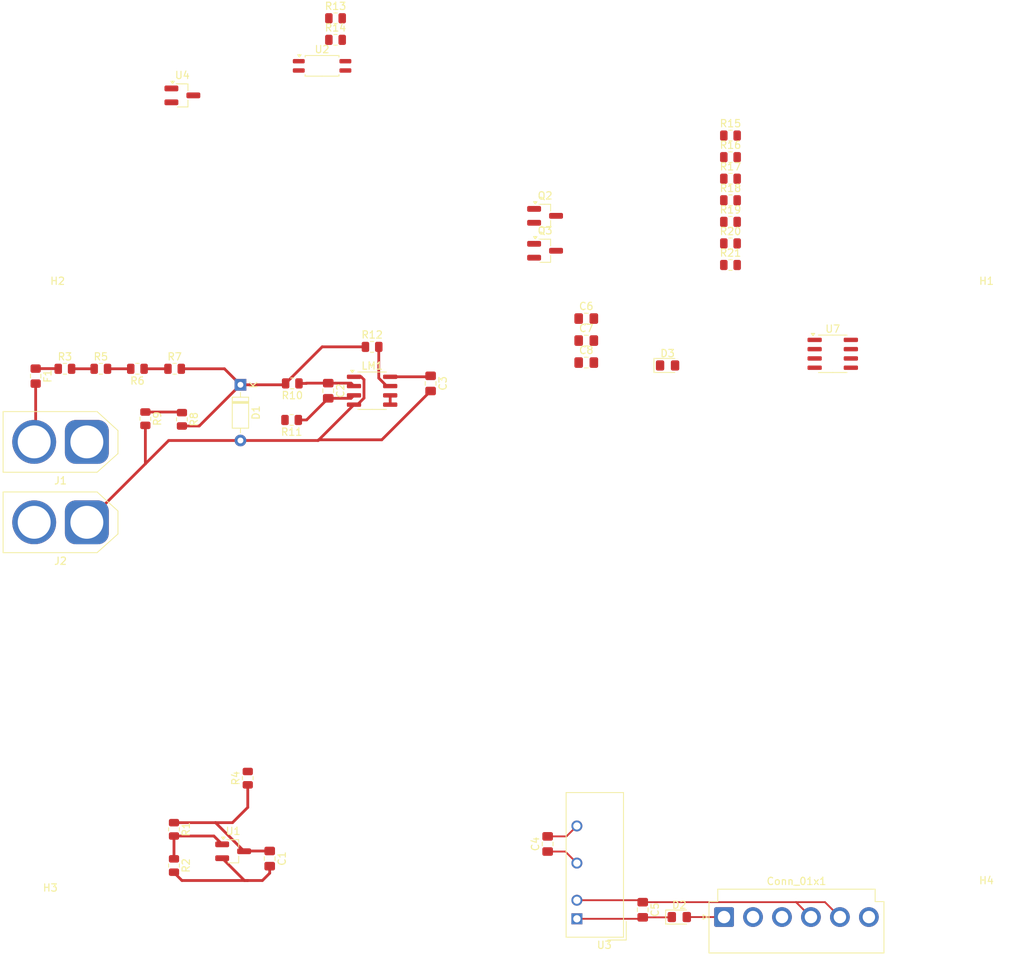
<source format=kicad_pcb>
(kicad_pcb (version 20240108) (generator "pcbnew") (generator_version "8.0")
  (layers (0 "F.Cu" signal) (31 "B.Cu" signal) (34 "B.Paste" user) (35 "F.Paste" user) (36 "B.SilkS" user "B.Silkscreen") (37 "F.SilkS" user "F.Silkscreen") (38 "B.Mask" user) (39 "F.Mask" user) (44 "Edge.Cuts" user))
  (net 0 "")
  (net 1 "GND")
  (net 2 "/Vref")
  (net 3 "Net-(LM1--)")
  (net 4 "Net-(LM1-+)")
  (net 5 "+12V")
  (net 6 "GLV-")
  (net 7 "VCC")
  (net 8 "Net-(U7-CV)")
  (net 9 "Net-(U7-THR)")
  (net 10 "GLV+")
  (net 12 "/RED+")
  (net 13 "/Vin")
  (net 14 "Net-(D3-K)")
  (net 15 "Net-(J1-Pin_2)")
  (net 16 "Net-(F1-Pad1)")
  (net 19 "Net-(LM1-Pad7)")
  (net 20 "Net-(LM1-BAL)")
  (net 21 "Net-(Q2-G)")
  (net 22 "Net-(Q3-B)")
  (net 23 "Net-(Q3-C)")
  (net 24 "Net-(U1-REF)")
  (net 25 "Net-(R3-Pad2)")
  (net 26 "Net-(R5-Pad2)")
  (net 27 "Net-(R6-Pad1)")
  (net 28 "Net-(R8-Pad1)")
  (net 29 "Net-(R13-Pad2)")
  (net 30 "Net-(U4-G)")
  (net 31 "Net-(U4-D)")
  (net 32 "Net-(U7-DIS)")
  (net 33 "Net-(U7-Q)")
  (footprint "MountingHole:MountingHole_3mm" (layer "F.Cu") (at 115 153)
    (property "Reference" "H3" (at 0 -4 0) (layer "F.SilkS"))
    (property "Value" "MountingHole")
    (pad "" np_thru_hole circle (at 0 0) (size 3 3) (drill 3) (layers "*.Cu" "*.Mask"))
  )
  (footprint "Resistor_SMD:R_0805_2012Metric" (layer "F.Cu") (at 148.0875 80 180)
    (property "Reference" "R10" (at 0 -1.65 360) (layer "F.SilkS"))
    (property "Value" "100")
    (fp_line (start -0.227064 0.735) (end 0.227064 0.735) (stroke (width 0.12)) (layer "F.SilkS"))
    (fp_line (start -0.227064 -0.735) (end 0.227064 -0.735) (stroke (width 0.12)) (layer "F.SilkS"))
    (pad "1" smd roundrect (at -0.9125 0 180) (size 1.025 1.4) (layers "F.Cu" "F.Paste" "F.Mask") (roundrect_rratio 0.243902) (net 4 "Net-(LM1-+)"))
    (pad "2" smd roundrect (at 0.9125 0 180) (size 1.025 1.4) (layers "F.Cu" "F.Paste" "F.Mask") (roundrect_rratio 0.243902) (net 13 "/Vin"))
  )
  (footprint "Capacitor_SMD:C_0805_2012Metric_Pad1.18x1.45mm_HandSolder" (layer "F.Cu") (at 183 143 90)
    (property "Reference" "C4" (at 0 -1.68 90) (layer "F.SilkS"))
    (property "Value" "1uF")
    (fp_line (start -0.261252 -0.735) (end 0.261252 -0.735) (stroke (width 0.12)) (layer "F.SilkS"))
    (fp_line (start -0.261252 0.735) (end 0.261252 0.735) (stroke (width 0.12)) (layer "F.SilkS"))
    (pad "1" smd roundrect (at -1.0375 0 90) (size 1.175 1.45) (layers "F.Cu" "F.Paste" "F.Mask") (roundrect_rratio 0.212766) (net 1 "GND"))
    (pad "2" smd roundrect (at 1.0375 0 90) (size 1.175 1.45) (layers "F.Cu" "F.Paste" "F.Mask") (roundrect_rratio 0.212766) (net 5 "+12V"))
  )
  (footprint "Resistor_SMD:R_0805_2012Metric" (layer "F.Cu") (at 208 52)
    (property "Reference" "R17" (at 0 -1.65 0) (layer "F.SilkS"))
    (property "Value" "220k")
    (fp_line (start -0.227064 -0.735) (end 0.227064 -0.735) (stroke (width 0.12)) (layer "F.SilkS"))
    (fp_line (start -0.227064 0.735) (end 0.227064 0.735) (stroke (width 0.12)) (layer "F.SilkS"))
    (pad "1" smd roundrect (at -0.9125 0) (size 1.025 1.4) (layers "F.Cu" "F.Paste" "F.Mask") (roundrect_rratio 0.243902) (net 9 "Net-(U7-THR)"))
    (pad "2" smd roundrect (at 0.9125 0) (size 1.025 1.4) (layers "F.Cu" "F.Paste" "F.Mask") (roundrect_rratio 0.243902) (net 32 "Net-(U7-DIS)"))
  )
  (footprint "Connector_JST:JST_VH_B6P-VH_1x06_P3.96mm_Vertical" (layer "F.Cu") (at 207.12 153)
    (property "Reference" "Conn_01x1" (at 9.9 -4.9 0) (layer "F.SilkS"))
    (property "Value" "Conn_01x06")
    (fp_line (start -2.86 -0.3) (end -2.26 0) (stroke (width 0.12)) (layer "F.SilkS"))
    (fp_line (start -2.86 0.3) (end -2.86 -0.3) (stroke (width 0.12)) (layer "F.SilkS"))
    (fp_line (start -2.26 0) (end -2.86 0.3) (stroke (width 0.12)) (layer "F.SilkS"))
    (fp_line (start -2.06 -2.11) (end -0.86 -2.11) (stroke (width 0.12)) (layer "F.SilkS"))
    (fp_line (start -2.06 4.91) (end -2.06 -2.11) (stroke (width 0.12)) (layer "F.SilkS"))
    (fp_line (start -0.86 -3.81) (end 20.66 -3.81) (stroke (width 0.12)) (layer "F.SilkS"))
    (fp_line (start -0.86 -2.11) (end -0.86 -3.81) (stroke (width 0.12)) (layer "F.SilkS"))
    (fp_line (start 20.66 -3.81) (end 20.66 -2.11) (stroke (width 0.12)) (layer "F.SilkS"))
    (fp_line (start 20.66 -2.11) (end 21.86 -2.11) (stroke (width 0.12)) (layer "F.SilkS"))
    (fp_line (start 21.86 -2.11) (end 21.86 4.91) (stroke (width 0.12)) (layer "F.SilkS"))
    (fp_line (start 21.86 4.91) (end -2.06 4.91) (stroke (width 0.12)) (layer "F.SilkS"))
    (pad "1" thru_hole roundrect (at 0 0) (size 2.7 2.7) (drill 1.7) (layers "*.Cu" "*.Mask") (roundrect_rratio 0.092593) (net 10 "GLV+"))
    (pad "2" thru_hole circle (at 3.96 0) (size 2.7 2.7) (drill 1.7) (layers "*.Cu" "*.Mask"))
    (pad "3" thru_hole circle (at 7.92 0) (size 2.7 2.7) (drill 1.7) (layers "*.Cu" "*.Mask") (net 12 "/RED+"))
    (pad "4" thru_hole circle (at 11.88 0) (size 2.7 2.7) (drill 1.7) (layers "*.Cu" "*.Mask") (net 6 "GLV-"))
    (pad "5" thru_hole circle (at 15.84 0) (size 2.7 2.7) (drill 1.7) (layers "*.Cu" "*.Mask") (net 6 "GLV-"))
    (pad "6" thru_hole circle (at 19.8 0) (size 2.7 2.7) (drill 1.7) (layers "*.Cu" "*.Mask") (net 6 "GLV-"))
  )
  (footprint "Resistor_SMD:R_0805_2012Metric" (layer "F.Cu") (at 208 57.9)
    (property "Reference" "R19" (at 0 -1.65 0) (layer "F.SilkS"))
    (property "Value" "1k")
    (fp_line (start -0.227064 -0.735) (end 0.227064 -0.735) (stroke (width 0.12)) (layer "F.SilkS"))
    (fp_line (start -0.227064 0.735) (end 0.227064 0.735) (stroke (width 0.12)) (layer "F.SilkS"))
    (pad "1" smd roundrect (at -0.9125 0) (size 1.025 1.4) (layers "F.Cu" "F.Paste" "F.Mask") (roundrect_rratio 0.243902) (net 14 "Net-(D3-K)"))
    (pad "2" smd roundrect (at 0.9125 0) (size 1.025 1.4) (layers "F.Cu" "F.Paste" "F.Mask") (roundrect_rratio 0.243902) (net 23 "Net-(Q3-C)"))
  )
  (footprint "Converter_DCDC:Converter_DCDC_TRACO_TBA2-xxxx_Single_THT" (layer "F.Cu") (at 187 153.2375 180)
    (property "Reference" "U3" (at -3.75 -3.6 360) (layer "F.SilkS"))
    (property "Value" "B1212")
    (fp_line (start 1.47 -2.52) (end 1.47 17.27) (stroke (width 0.12)) (layer "F.SilkS"))
    (fp_line (start -6.37 17.27) (end 1.47 17.27) (stroke (width 0.12)) (layer "F.SilkS"))
    (fp_line (start -6.37 -2.52) (end 1.47 -2.52) (stroke (width 0.12)) (layer "F.SilkS"))
    (fp_line (start -6.37 -2.52) (end -6.37 17.27) (stroke (width 0.12)) (layer "F.SilkS"))
    (fp_line (start -6.75 -0.366667) (end -6.75 -2.9) (stroke (width 0.12)) (layer "F.SilkS"))
    (fp_line (start -6.75 -2.9) (end -4.216667 -2.9) (stroke (width 0.12)) (layer "F.SilkS"))
    (pad "1" thru_hole rect (at 0 0 180) (size 1.5 1.5) (drill 1) (layers "*.Cu" "*.Mask") (net 7 "VCC"))
    (pad "2" thru_hole circle (at 0 2.54 180) (size 1.5 1.5) (drill 1) (layers "*.Cu" "*.Mask") (net 6 "GLV-"))
    (pad "4" thru_hole circle (at 0 7.62 180) (size 1.5 1.5) (drill 1) (layers "*.Cu" "*.Mask") (net 1 "GND"))
    (pad "6" thru_hole circle (at 0 12.7 180) (size 1.5 1.5) (drill 1) (layers "*.Cu" "*.Mask") (net 5 "+12V"))
  )
  (footprint "MountingHole:MountingHole_3mm" (layer "F.Cu") (at 116 70)
    (property "Reference" "H2" (at 0 -4 0) (layer "F.SilkS"))
    (property "Value" "MountingHole")
    (pad "" np_thru_hole circle (at 0 0) (size 3 3) (drill 3) (layers "*.Cu" "*.Mask"))
  )
  (footprint "Package_TO_SOT_SMD:SOT-23_Handsoldering" (layer "F.Cu") (at 133.06 40.6)
    (property "Reference" "U4" (at 0 -2.75 0) (layer "F.SilkS"))
    (property "Value" "2N7002")
    (fp_line (start -0.04 -1.58) (end -0.84 -1.58) (stroke (width 0.12)) (layer "F.SilkS"))
    (fp_line (start -0.04 -1.58) (end 0.76 -1.58) (stroke (width 0.12)) (layer "F.SilkS"))
    (fp_line (start 0.76 -1.58) (end 0.76 -0.65) (stroke (width 0.12)) (layer "F.SilkS"))
    (fp_line (start 0.76 1.58) (end -0.7 1.58) (stroke (width 0.12)) (layer "F.SilkS"))
    (fp_line (start 0.76 1.58) (end 0.76 0.65) (stroke (width 0.12)) (layer "F.SilkS"))
    (fp_poly (pts (xy -1.34 -1.61) (xy -1.58 -1.94) (xy -1.1 -1.94) (xy -1.34 -1.61)) (stroke (width 0.12)) (fill solid) (layer "F.SilkS"))
    (pad "1" smd roundrect (at -1.5 -0.95) (size 1.9 0.8) (layers "F.Cu" "F.Paste" "F.Mask") (net 30 "Net-(U4-G)"))
    (pad "2" smd roundrect (at -1.5 0.95) (size 1.9 0.8) (layers "F.Cu" "F.Paste" "F.Mask") (net 6 "GLV-"))
    (pad "3" smd roundrect (at 1.5 0) (size 1.9 0.8) (layers "F.Cu" "F.Paste" "F.Mask") (net 31 "Net-(U4-D)"))
  )
  (footprint "MountingHole:MountingHole_3mm" (layer "F.Cu") (at 243 70)
    (property "Reference" "H1" (at 0 -4 0) (layer "F.SilkS"))
    (property "Value" "MountingHole")
    (pad "" np_thru_hole circle (at 0 0) (size 3 3) (drill 3) (layers "*.Cu" "*.Mask"))
  )
  (footprint "Resistor_SMD:R_0805_2012Metric" (layer "F.Cu") (at 208 54.95)
    (property "Reference" "R18" (at 0 -1.65 0) (layer "F.SilkS"))
    (property "Value" "10k")
    (fp_line (start -0.227064 -0.735) (end 0.227064 -0.735) (stroke (width 0.12)) (layer "F.SilkS"))
    (fp_line (start -0.227064 0.735) (end 0.227064 0.735) (stroke (width 0.12)) (layer "F.SilkS"))
    (pad "1" smd roundrect (at -0.9125 0) (size 1.025 1.4) (layers "F.Cu" "F.Paste" "F.Mask") (roundrect_rratio 0.243902) (net 22 "Net-(Q3-B)"))
    (pad "2" smd roundrect (at 0.9125 0) (size 1.025 1.4) (layers "F.Cu" "F.Paste" "F.Mask") (roundrect_rratio 0.243902) (net 33 "Net-(U7-Q)"))
  )
  (footprint "Connector_AMASS:AMASS_XT60-M_1x02_P7.20mm_Vertical" (layer "F.Cu") (at 120 99 180)
    (property "Reference" "J2" (at 3.6 -5.3 360) (layer "F.SilkS"))
    (property "Value" "Conn_01x02_Pin")
    (fp_line (start 11.45 4.15) (end 11.45 -4.15) (stroke (width 0.12)) (layer "F.SilkS"))
    (fp_line (start 11.45 -4.15) (end -1.4 -4.15) (stroke (width 0.12)) (layer "F.SilkS"))
    (fp_line (start -1.4 4.15) (end 11.45 4.15) (stroke (width 0.12)) (layer "F.SilkS"))
    (fp_line (start -1.4 -4.15) (end -4.25 -1.6) (stroke (width 0.12)) (layer "F.SilkS"))
    (fp_line (start -4.25 1.55) (end -1.4 4.15) (stroke (width 0.12)) (layer "F.SilkS"))
    (fp_line (start -4.25 -1.6) (end -4.25 1.55) (stroke (width 0.12)) (layer "F.SilkS"))
    (pad "1" thru_hole roundrect (at 0 0 180) (size 6 6) (drill 4.5) (layers "*.Cu" "*.Mask") (net 1 "GND"))
    (pad "2" thru_hole circle (at 7.2 0 180) (size 6 6) (drill 4.5) (layers "*.Cu" "*.Mask"))
  )
  (footprint "Capacitor_SMD:C_0805_2012Metric_Pad1.18x1.45mm_HandSolder" (layer "F.Cu") (at 145 145 -90)
    (property "Reference" "C1" (at 0 -1.68 90) (layer "F.SilkS"))
    (property "Value" "0.1uF")
    (fp_line (start -0.261252 0.735) (end 0.261252 0.735) (stroke (width 0.12)) (layer "F.SilkS"))
    (fp_line (start -0.261252 -0.735) (end 0.261252 -0.735) (stroke (width 0.12)) (layer "F.SilkS"))
    (pad "1" smd roundrect (at -1.0375 0 270) (size 1.175 1.45) (layers "F.Cu" "F.Paste" "F.Mask") (roundrect_rratio 0.212766) (net 2 "/Vref"))
    (pad "2" smd roundrect (at 1.0375 0 270) (size 1.175 1.45) (layers "F.Cu" "F.Paste" "F.Mask") (roundrect_rratio 0.212766) (net 1 "GND"))
  )
  (footprint "Resistor_SMD:R_0805_2012Metric" (layer "F.Cu") (at 159 75)
    (property "Reference" "R12" (at 0 -1.65 0) (layer "F.SilkS"))
    (property "Value" "1M")
    (fp_line (start -0.227064 -0.735) (end 0.227064 -0.735) (stroke (width 0.12)) (layer "F.SilkS"))
    (fp_line (start -0.227064 0.735) (end 0.227064 0.735) (stroke (width 0.12)) (layer "F.SilkS"))
    (pad "1" smd roundrect (at -0.9125 0) (size 1.025 1.4) (layers "F.Cu" "F.Paste" "F.Mask") (roundrect_rratio 0.243902) (net 13 "/Vin"))
    (pad "2" smd roundrect (at 0.9125 0) (size 1.025 1.4) (layers "F.Cu" "F.Paste" "F.Mask") (roundrect_rratio 0.243902) (net 19 "Net-(LM1-Pad7)"))
  )
  (footprint "Resistor_SMD:R_0805_2012Metric" (layer "F.Cu") (at 117 78)
    (property "Reference" "R3" (at 0 -1.65 0) (layer "F.SilkS"))
    (property "Value" "249k" (hide yes))
    (fp_line (start -0.227064 -0.735) (end 0.227064 -0.735) (stroke (width 0.12)) (layer "F.SilkS"))
    (fp_line (start -0.227064 0.735) (end 0.227064 0.735) (stroke (width 0.12)) (layer "F.SilkS"))
    (pad "1" smd roundrect (at -0.9125 0) (size 1.025 1.4) (layers "F.Cu" "F.Paste" "F.Mask") (roundrect_rratio 0.243902) (net 16 "Net-(F1-Pad1)"))
    (pad "2" smd roundrect (at 0.9125 0) (size 1.025 1.4) (layers "F.Cu" "F.Paste" "F.Mask") (roundrect_rratio 0.243902) (net 25 "Net-(R3-Pad2)"))
  )
  (footprint "Capacitor_SMD:C_0805_2012Metric_Pad1.18x1.45mm_HandSolder" (layer "F.Cu") (at 196 152 -90)
    (property "Reference" "C5" (at 0 -1.68 90) (layer "F.SilkS"))
    (property "Value" "2.2uF")
    (fp_line (start -0.261252 0.735) (end 0.261252 0.735) (stroke (width 0.12)) (layer "F.SilkS"))
    (fp_line (start -0.261252 -0.735) (end 0.261252 -0.735) (stroke (width 0.12)) (layer "F.SilkS"))
    (pad "1" smd roundrect (at -1.0375 0 270) (size 1.175 1.45) (layers "F.Cu" "F.Paste" "F.Mask") (roundrect_rratio 0.212766) (net 6 "GLV-"))
    (pad "2" smd roundrect (at 1.0375 0 270) (size 1.175 1.45) (layers "F.Cu" "F.Paste" "F.Mask") (roundrect_rratio 0.212766) (net 7 "VCC"))
  )
  (footprint "Resistor_SMD:R_0805_2012Metric" (layer "F.Cu") (at 154 33)
    (property "Reference" "R14" (at 0 -1.65 0) (layer "F.SilkS"))
    (property "Value" "10k")
    (fp_line (start -0.227064 -0.735) (end 0.227064 -0.735) (stroke (width 0.12)) (layer "F.SilkS"))
    (fp_line (start -0.227064 0.735) (end 0.227064 0.735) (stroke (width 0.12)) (layer "F.SilkS"))
    (pad "1" smd roundrect (at -0.9125 0) (size 1.025 1.4) (layers "F.Cu" "F.Paste" "F.Mask") (roundrect_rratio 0.243902) (net 30 "Net-(U4-G)"))
    (pad "2" smd roundrect (at 0.9125 0) (size 1.025 1.4) (layers "F.Cu" "F.Paste" "F.Mask") (roundrect_rratio 0.243902) (net 6 "GLV-"))
  )
  (footprint "Resistor_SMD:R_0805_2012Metric" (layer "F.Cu") (at 148 85 180)
    (property "Reference" "R11" (at 0 -1.65 360) (layer "F.SilkS"))
    (property "Value" "100")
    (fp_line (start -0.227064 0.735) (end 0.227064 0.735) (stroke (width 0.12)) (layer "F.SilkS"))
    (fp_line (start -0.227064 -0.735) (end 0.227064 -0.735) (stroke (width 0.12)) (layer "F.SilkS"))
    (pad "1" smd roundrect (at -0.9125 0 180) (size 1.025 1.4) (layers "F.Cu" "F.Paste" "F.Mask") (roundrect_rratio 0.243902) (net 3 "Net-(LM1--)"))
    (pad "2" smd roundrect (at 0.9125 0 180) (size 1.025 1.4) (layers "F.Cu" "F.Paste" "F.Mask") (roundrect_rratio 0.243902) (net 2 "/Vref"))
  )
  (footprint "Resistor_SMD:R_0805_2012Metric" (layer "F.Cu") (at 131.9125 145.95 -90)
    (property "Reference" "R2" (at 0 -1.65 90) (layer "F.SilkS"))
    (property "Value" "10k")
    (fp_line (start -0.227064 0.735) (end 0.227064 0.735) (stroke (width 0.12)) (layer "F.SilkS"))
    (fp_line (start -0.227064 -0.735) (end 0.227064 -0.735) (stroke (width 0.12)) (layer "F.SilkS"))
    (pad "1" smd roundrect (at -0.9125 0 270) (size 1.025 1.4) (layers "F.Cu" "F.Paste" "F.Mask") (roundrect_rratio 0.243902) (net 24 "Net-(U1-REF)"))
    (pad "2" smd roundrect (at 0.9125 0 270) (size 1.025 1.4) (layers "F.Cu" "F.Paste" "F.Mask") (roundrect_rratio 0.243902) (net 1 "GND"))
  )
  (footprint "Resistor_SMD:R_0805_2012Metric" (layer "F.Cu") (at 208 60.85)
    (property "Reference" "R20" (at 0 -1.65 0) (layer "F.SilkS"))
    (property "Value" "1k")
    (fp_line (start -0.227064 -0.735) (end 0.227064 -0.735) (stroke (width 0.12)) (layer "F.SilkS"))
    (fp_line (start -0.227064 0.735) (end 0.227064 0.735) (stroke (width 0.12)) (layer "F.SilkS"))
    (pad "1" smd roundrect (at -0.9125 0) (size 1.025 1.4) (layers "F.Cu" "F.Paste" "F.Mask") (roundrect_rratio 0.243902) (net 7 "VCC"))
    (pad "2" smd roundrect (at 0.9125 0) (size 1.025 1.4) (layers "F.Cu" "F.Paste" "F.Mask") (roundrect_rratio 0.243902) (net 21 "Net-(Q2-G)"))
  )
  (footprint "Resistor_SMD:R_0805_2012Metric" (layer "F.Cu") (at 208 49.05)
    (property "Reference" "R16" (at 0 -1.65 0) (layer "F.SilkS"))
    (property "Value" "22k")
    (fp_line (start -0.227064 -0.735) (end 0.227064 -0.735) (stroke (width 0.12)) (layer "F.SilkS"))
    (fp_line (start -0.227064 0.735) (end 0.227064 0.735) (stroke (width 0.12)) (layer "F.SilkS"))
    (pad "1" smd roundrect (at -0.9125 0) (size 1.025 1.4) (layers "F.Cu" "F.Paste" "F.Mask") (roundrect_rratio 0.243902) (net 32 "Net-(U7-DIS)"))
    (pad "2" smd roundrect (at 0.9125 0) (size 1.025 1.4) (layers "F.Cu" "F.Paste" "F.Mask") (roundrect_rratio 0.243902) (net 7 "VCC"))
  )
  (footprint "Resistor_SMD:R_0805_2012Metric" (layer "F.Cu") (at 142 134 90)
    (property "Reference" "R4" (at 0 -1.65 90) (layer "F.SilkS"))
    (property "Value" "2k2")
    (fp_line (start -0.227064 -0.735) (end 0.227064 -0.735) (stroke (width 0.12)) (layer "F.SilkS"))
    (fp_line (start -0.227064 0.735) (end 0.227064 0.735) (stroke (width 0.12)) (layer "F.SilkS"))
    (pad "1" smd roundrect (at -0.9125 0 90) (size 1.025 1.4) (layers "F.Cu" "F.Paste" "F.Mask") (roundrect_rratio 0.243902) (net 2 "/Vref"))
    (pad "2" smd roundrect (at 0.9125 0 90) (size 1.025 1.4) (layers "F.Cu" "F.Paste" "F.Mask") (roundrect_rratio 0.243902) (net 5 "+12V"))
  )
  (footprint "Package_TO_SOT_SMD:SOT-23_Handsoldering" (layer "F.Cu") (at 182.65 61.85)
    (property "Reference" "Q3" (at 0 -2.75 0) (layer "F.SilkS"))
    (property "Value" "MMBT3904")
    (fp_line (start -0.04 -1.58) (end -0.84 -1.58) (stroke (width 0.12)) (layer "F.SilkS"))
    (fp_line (start -0.04 -1.58) (end 0.76 -1.58) (stroke (width 0.12)) (layer "F.SilkS"))
    (fp_line (start 0.76 -1.58) (end 0.76 -0.65) (stroke (width 0.12)) (layer "F.SilkS"))
    (fp_line (start 0.76 1.58) (end -0.7 1.58) (stroke (width 0.12)) (layer "F.SilkS"))
    (fp_line (start 0.76 1.58) (end 0.76 0.65) (stroke (width 0.12)) (layer "F.SilkS"))
    (fp_poly (pts (xy -1.34 -1.61) (xy -1.58 -1.94) (xy -1.1 -1.94) (xy -1.34 -1.61)) (stroke (width 0.12)) (fill solid) (layer "F.SilkS"))
    (pad "1" smd roundrect (at -1.5 -0.95) (size 1.9 0.8) (layers "F.Cu" "F.Paste" "F.Mask") (net 22 "Net-(Q3-B)"))
    (pad "2" smd roundrect (at -1.5 0.95) (size 1.9 0.8) (layers "F.Cu" "F.Paste" "F.Mask") (net 6 "GLV-"))
    (pad "3" smd roundrect (at 1.5 0) (size 1.9 0.8) (layers "F.Cu" "F.Paste" "F.Mask") (net 23 "Net-(Q3-C)"))
  )
  (footprint "Capacitor_SMD:C_0805_2012Metric_Pad1.18x1.45mm_HandSolder" (layer "F.Cu") (at 188.28 77.15)
    (property "Reference" "C8" (at 0 -1.68 0) (layer "F.SilkS"))
    (property "Value" "1u")
    (fp_line (start -0.261252 -0.735) (end 0.261252 -0.735) (stroke (width 0.12)) (layer "F.SilkS"))
    (fp_line (start -0.261252 0.735) (end 0.261252 0.735) (stroke (width 0.12)) (layer "F.SilkS"))
    (pad "1" smd roundrect (at -1.0375 0) (size 1.175 1.45) (layers "F.Cu" "F.Paste" "F.Mask") (roundrect_rratio 0.212766) (net 6 "GLV-"))
    (pad "2" smd roundrect (at 1.0375 0) (size 1.175 1.45) (layers "F.Cu" "F.Paste" "F.Mask") (roundrect_rratio 0.212766) (net 9 "Net-(U7-THR)"))
  )
  (footprint "Capacitor_SMD:C_0805_2012Metric_Pad1.18x1.45mm_HandSolder" (layer "F.Cu") (at 153 81 -90)
    (property "Reference" "C2" (at 0 -1.68 90) (layer "F.SilkS"))
    (property "Value" "10n")
    (fp_line (start -0.261252 0.735) (end 0.261252 0.735) (stroke (width 0.12)) (layer "F.SilkS"))
    (fp_line (start -0.261252 -0.735) (end 0.261252 -0.735) (stroke (width 0.12)) (layer "F.SilkS"))
    (pad "1" smd roundrect (at -1.0375 0 270) (size 1.175 1.45) (layers "F.Cu" "F.Paste" "F.Mask") (roundrect_rratio 0.212766) (net 4 "Net-(LM1-+)"))
    (pad "2" smd roundrect (at 1.0375 0 270) (size 1.175 1.45) (layers "F.Cu" "F.Paste" "F.Mask") (roundrect_rratio 0.212766) (net 3 "Net-(LM1--)"))
  )
  (footprint "Resistor_SMD:R_0805_2012Metric" (layer "F.Cu") (at 154 30.05)
    (property "Reference" "R13" (at 0 -1.65 0) (layer "F.SilkS"))
    (property "Value" "2k2")
    (fp_line (start -0.227064 -0.735) (end 0.227064 -0.735) (stroke (width 0.12)) (layer "F.SilkS"))
    (fp_line (start -0.227064 0.735) (end 0.227064 0.735) (stroke (width 0.12)) (layer "F.SilkS"))
    (pad "1" smd roundrect (at -0.9125 0) (size 1.025 1.4) (layers "F.Cu" "F.Paste" "F.Mask") (roundrect_rratio 0.243902) (net 5 "+12V"))
    (pad "2" smd roundrect (at 0.9125 0) (size 1.025 1.4) (layers "F.Cu" "F.Paste" "F.Mask") (roundrect_rratio 0.243902) (net 29 "Net-(R13-Pad2)"))
  )
  (footprint "Resistor_SMD:R_0805_2012Metric" (layer "F.Cu") (at 126.9125 78 180)
    (property "Reference" "R6" (at 0 -1.65 360) (layer "F.SilkS"))
    (property "Value" "249k")
    (fp_line (start -0.227064 0.735) (end 0.227064 0.735) (stroke (width 0.12)) (layer "F.SilkS"))
    (fp_line (start -0.227064 -0.735) (end 0.227064 -0.735) (stroke (width 0.12)) (layer "F.SilkS"))
    (pad "1" smd roundrect (at -0.9125 0 180) (size 1.025 1.4) (layers "F.Cu" "F.Paste" "F.Mask") (roundrect_rratio 0.243902) (net 27 "Net-(R6-Pad1)"))
    (pad "2" smd roundrect (at 0.9125 0 180) (size 1.025 1.4) (layers "F.Cu" "F.Paste" "F.Mask") (roundrect_rratio 0.243902) (net 26 "Net-(R5-Pad2)"))
  )
  (footprint "Resistor_SMD:R_0805_2012Metric" (layer "F.Cu") (at 131.9125 141 -90)
    (property "Reference" "R1" (at 0 -1.65 90) (layer "F.SilkS"))
    (property "Value" "2k")
    (fp_line (start -0.227064 0.735) (end 0.227064 0.735) (stroke (width 0.12)) (layer "F.SilkS"))
    (fp_line (start -0.227064 -0.735) (end 0.227064 -0.735) (stroke (width 0.12)) (layer "F.SilkS"))
    (pad "1" smd roundrect (at -0.9125 0 270) (size 1.025 1.4) (layers "F.Cu" "F.Paste" "F.Mask") (roundrect_rratio 0.243902) (net 2 "/Vref"))
    (pad "2" smd roundrect (at 0.9125 0 270) (size 1.025 1.4) (layers "F.Cu" "F.Paste" "F.Mask") (roundrect_rratio 0.243902) (net 24 "Net-(U1-REF)"))
  )
  (footprint "Diode_SMD:D_0805_2012Metric_Pad1.15x1.40mm_HandSolder" (layer "F.Cu") (at 201 153)
    (property "Reference" "D2" (at 0 -1.65 0) (layer "F.SilkS"))
    (property "Value" "D")
    (fp_line (start -1.86 -0.96) (end -1.86 0.96) (stroke (width 0.12)) (layer "F.SilkS"))
    (fp_line (start -1.86 0.96) (end 1 0.96) (stroke (width 0.12)) (layer "F.SilkS"))
    (fp_line (start 1 -0.96) (end -1.86 -0.96) (stroke (width 0.12)) (layer "F.SilkS"))
    (pad "1" smd roundrect (at -1.025 0) (size 1.15 1.4) (layers "F.Cu" "F.Paste" "F.Mask") (roundrect_rratio 0.217391) (net 7 "VCC"))
    (pad "2" smd roundrect (at 1.025 0) (size 1.15 1.4) (layers "F.Cu" "F.Paste" "F.Mask") (roundrect_rratio 0.217391) (net 10 "GLV+"))
  )
  (footprint "Resistor_SMD:R_0805_2012Metric" (layer "F.Cu") (at 133 84.9125 -90)
    (property "Reference" "R8" (at 0 -1.65 90) (layer "F.SilkS"))
    (property "Value" "25k")
    (fp_line (start -0.227064 0.735) (end 0.227064 0.735) (stroke (width 0.12)) (layer "F.SilkS"))
    (fp_line (start -0.227064 -0.735) (end 0.227064 -0.735) (stroke (width 0.12)) (layer "F.SilkS"))
    (pad "1" smd roundrect (at -0.9125 0 270) (size 1.025 1.4) (layers "F.Cu" "F.Paste" "F.Mask") (roundrect_rratio 0.243902) (net 28 "Net-(R8-Pad1)"))
    (pad "2" smd roundrect (at 0.9125 0 270) (size 1.025 1.4) (layers "F.Cu" "F.Paste" "F.Mask") (roundrect_rratio 0.243902) (net 13 "/Vin"))
  )
  (footprint "Fuse:Fuse_0805_2012Metric_Pad1.15x1.40mm_HandSolder" (layer "F.Cu") (at 113 79 -90)
    (property "Reference" "F1" (at 0 -1.65 90) (layer "F.SilkS"))
    (property "Value" "Fuse")
    (fp_line (start -0.261252 0.71) (end 0.261252 0.71) (stroke (width 0.12)) (layer "F.SilkS"))
    (fp_line (start -0.261252 -0.71) (end 0.261252 -0.71) (stroke (width 0.12)) (layer "F.SilkS"))
    (pad "1" smd roundrect (at -1.025 0 270) (size 1.15 1.4) (layers "F.Cu" "F.Paste" "F.Mask") (roundrect_rratio 0.217391) (net 16 "Net-(F1-Pad1)"))
    (pad "2" smd roundrect (at 1.025 0 270) (size 1.15 1.4) (layers "F.Cu" "F.Paste" "F.Mask") (roundrect_rratio 0.217391) (net 15 "Net-(J1-Pin_2)"))
  )
  (footprint "Resistor_SMD:R_0805_2012Metric" (layer "F.Cu") (at 208 46.1)
    (property "Reference" "R15" (at 0 -1.65 0) (layer "F.SilkS"))
    (property "Value" "22k")
    (fp_line (start -0.227064 -0.735) (end 0.227064 -0.735) (stroke (width 0.12)) (layer "F.SilkS"))
    (fp_line (start -0.227064 0.735) (end 0.227064 0.735) (stroke (width 0.12)) (layer "F.SilkS"))
    (pad "1" smd roundrect (at -0.9125 0) (size 1.025 1.4) (layers "F.Cu" "F.Paste" "F.Mask") (roundrect_rratio 0.243902) (net 31 "Net-(U4-D)"))
    (pad "2" smd roundrect (at 0.9125 0) (size 1.025 1.4) (layers "F.Cu" "F.Paste" "F.Mask") (roundrect_rratio 0.243902) (net 7 "VCC"))
  )
  (footprint "Capacitor_SMD:C_0805_2012Metric_Pad1.18x1.45mm_HandSolder" (layer "F.Cu") (at 188.28 74.14)
    (property "Reference" "C7" (at 0 -1.68 0) (layer "F.SilkS"))
    (property "Value" "100n")
    (fp_line (start -0.261252 -0.735) (end 0.261252 -0.735) (stroke (width 0.12)) (layer "F.SilkS"))
    (fp_line (start -0.261252 0.735) (end 0.261252 0.735) (stroke (width 0.12)) (layer "F.SilkS"))
    (pad "1" smd roundrect (at -1.0375 0) (size 1.175 1.45) (layers "F.Cu" "F.Paste" "F.Mask") (roundrect_rratio 0.212766) (net 6 "GLV-"))
    (pad "2" smd roundrect (at 1.0375 0) (size 1.175 1.45) (layers "F.Cu" "F.Paste" "F.Mask") (roundrect_rratio 0.212766) (net 8 "Net-(U7-CV)"))
  )
  (footprint "Resistor_SMD:R_0805_2012Metric" (layer "F.Cu") (at 208 63.8)
    (property "Reference" "R21" (at 0 -1.65 0) (layer "F.SilkS"))
    (property "Value" "100k")
    (fp_line (start -0.227064 -0.735) (end 0.227064 -0.735) (stroke (width 0.12)) (layer "F.SilkS"))
    (fp_line (start -0.227064 0.735) (end 0.227064 0.735) (stroke (width 0.12)) (layer "F.SilkS"))
    (pad "1" smd roundrect (at -0.9125 0) (size 1.025 1.4) (layers "F.Cu" "F.Paste" "F.Mask") (roundrect_rratio 0.243902) (net 21 "Net-(Q2-G)"))
    (pad "2" smd roundrect (at 0.9125 0) (size 1.025 1.4) (layers "F.Cu" "F.Paste" "F.Mask") (roundrect_rratio 0.243902) (net 6 "GLV-"))
  )
  (footprint "LED_SMD:LED_0805_2012Metric_Pad1.15x1.40mm_HandSolder" (layer "F.Cu") (at 199.395 77.545)
    (property "Reference" "D3" (at 0 -1.65 0) (layer "F.SilkS"))
    (property "Value" "LED")
    (fp_line (start -1.86 -0.96) (end -1.86 0.96) (stroke (width 0.12)) (layer "F.SilkS"))
    (fp_line (start -1.86 0.96) (end 1 0.96) (stroke (width 0.12)) (layer "F.SilkS"))
    (fp_line (start 1 -0.96) (end -1.86 -0.96) (stroke (width 0.12)) (layer "F.SilkS"))
    (pad "1" smd roundrect (at -1.025 0) (size 1.15 1.4) (layers "F.Cu" "F.Paste" "F.Mask") (roundrect_rratio 0.217391) (net 14 "Net-(D3-K)"))
    (pad "2" smd roundrect (at 1.025 0) (size 1.15 1.4) (layers "F.Cu" "F.Paste" "F.Mask") (roundrect_rratio 0.217391) (net 7 "VCC"))
  )
  (footprint "Capacitor_SMD:C_0805_2012Metric_Pad1.18x1.45mm_HandSolder" (layer "F.Cu") (at 167 80 -90)
    (property "Reference" "C3" (at 0 -1.68 90) (layer "F.SilkS"))
    (property "Value" "100n")
    (fp_line (start -0.261252 0.735) (end 0.261252 0.735) (stroke (width 0.12)) (layer "F.SilkS"))
    (fp_line (start -0.261252 -0.735) (end 0.261252 -0.735) (stroke (width 0.12)) (layer "F.SilkS"))
    (pad "1" smd roundrect (at -1.0375 0 270) (size 1.175 1.45) (layers "F.Cu" "F.Paste" "F.Mask") (roundrect_rratio 0.212766) (net 5 "+12V"))
    (pad "2" smd roundrect (at 1.0375 0 270) (size 1.175 1.45) (layers "F.Cu" "F.Paste" "F.Mask") (roundrect_rratio 0.212766) (net 1 "GND"))
  )
  (footprint "Resistor_SMD:R_0805_2012Metric" (layer "F.Cu") (at 132 78)
    (property "Reference" "R7" (at 0 -1.65 0) (layer "F.SilkS"))
    (property "Value" "249k")
    (fp_line (start -0.227064 -0.735) (end 0.227064 -0.735) (stroke (width 0.12)) (layer "F.SilkS"))
    (fp_line (start -0.227064 0.735) (end 0.227064 0.735) (stroke (width 0.12)) (layer "F.SilkS"))
    (pad "1" smd roundrect (at -0.9125 0) (size 1.025 1.4) (layers "F.Cu" "F.Paste" "F.Mask") (roundrect_rratio 0.243902) (net 27 "Net-(R6-Pad1)"))
    (pad "2" smd roundrect (at 0.9125 0) (size 1.025 1.4) (layers "F.Cu" "F.Paste" "F.Mask") (roundrect_rratio 0.243902) (net 13 "/Vin"))
  )
  (footprint "Diode_THT:D_DO-35_SOD27_P7.62mm_Horizontal" (layer "F.Cu") (at 141 80.19 -90)
    (property "Reference" "D1" (at 3.81 -2.12 90) (layer "F.SilkS"))
    (property "Value" "12V")
    (fp_line (start 1.69 1.12) (end 5.93 1.12) (stroke (width 0.12)) (layer "F.SilkS"))
    (fp_line (start 5.93 1.12) (end 5.93 -1.12) (stroke (width 0.12)) (layer "F.SilkS"))
    (fp_line (start 1.04 0) (end 1.69 0) (stroke (width 0.12)) (layer "F.SilkS"))
    (fp_line (start 6.58 0) (end 5.93 0) (stroke (width 0.12)) (layer "F.SilkS"))
    (fp_line (start 1.69 -1.12) (end 1.69 1.12) (stroke (width 0.12)) (layer "F.SilkS"))
    (fp_line (start 2.29 -1.12) (end 2.29 1.12) (stroke (width 0.12)) (layer "F.SilkS"))
    (fp_line (start 2.41 -1.12) (end 2.41 1.12) (stroke (width 0.12)) (layer "F.SilkS"))
    (fp_line (start 2.53 -1.12) (end 2.53 1.12) (stroke (width 0.12)) (layer "F.SilkS"))
    (fp_line (start 5.93 -1.12) (end 1.69 -1.12) (stroke (width 0.12)) (layer "F.SilkS"))
    (fp_text user "K" (at 0 -1.8 90) (layer "F.SilkS"))
    (pad "1" thru_hole rect (at 0 0 270) (size 1.6 1.6) (drill 0.8) (layers "*.Cu" "*.Mask") (net 13 "/Vin"))
    (pad "2" thru_hole oval (at 7.62 0 270) (size 1.6 1.6) (drill 0.8) (layers "*.Cu" "*.Mask") (net 1 "GND"))
  )
  (footprint "Package_SO:SOP-4_4.4x2.6mm_P1.27mm" (layer "F.Cu") (at 152.16 36.56)
    (property "Reference" "U2" (at 0 -2.25 0) (layer "F.SilkS"))
    (property "Value" "LTV-817")
    (fp_line (start -2.31 -1.41) (end -2.31 -1.195) (stroke (width 0.12)) (layer "F.SilkS"))
    (fp_line (start -2.31 1.41) (end -2.31 1.195) (stroke (width 0.12)) (layer "F.SilkS"))
    (fp_line (start 0 -1.41) (end -2.31 -1.41) (stroke (width 0.12)) (layer "F.SilkS"))
    (fp_line (start 0 -1.41) (end 2.31 -1.41) (stroke (width 0.12)) (layer "F.SilkS"))
    (fp_line (start 0 1.41) (end -2.31 1.41) (stroke (width 0.12)) (layer "F.SilkS"))
    (fp_line (start 0 1.41) (end 2.31 1.41) (stroke (width 0.12)) (layer "F.SilkS"))
    (fp_line (start 2.31 -1.41) (end 2.31 -1.195) (stroke (width 0.12)) (layer "F.SilkS"))
    (fp_line (start 2.31 1.41) (end 2.31 1.195) (stroke (width 0.12)) (layer "F.SilkS"))
    (fp_poly (pts (xy -3.1 -1.195) (xy -3.34 -1.525) (xy -2.86 -1.525) (xy -3.1 -1.195)) (stroke (width 0.12)) (fill solid) (layer "F.SilkS"))
    (pad "1" smd roundrect (at -3.1875 -0.635) (size 1.625 0.6) (layers "F.Cu" "F.Paste" "F.Mask") (net 29 "Net-(R13-Pad2)"))
    (pad "2" smd roundrect (at -3.1875 0.635) (size 1.625 0.6) (layers "F.Cu" "F.Paste" "F.Mask") (net 19 "Net-(LM1-Pad7)"))
    (pad "3" smd roundrect (at 3.1875 0.635) (size 1.625 0.6) (layers "F.Cu" "F.Paste" "F.Mask") (net 30 "Net-(U4-G)"))
    (pad "4" smd roundrect (at 3.1875 -0.635) (size 1.625 0.6) (layers "F.Cu" "F.Paste" "F.Mask") (net 7 "VCC"))
  )
  (footprint "Connector_AMASS:AMASS_XT60-M_1x02_P7.20mm_Vertical" (layer "F.Cu") (at 120 88 180)
    (property "Reference" "J1" (at 3.6 -5.3 360) (layer "F.SilkS"))
    (property "Value" "Conn_01x02_Pin")
    (fp_line (start 11.45 4.15) (end 11.45 -4.15) (stroke (width 0.12)) (layer "F.SilkS"))
    (fp_line (start 11.45 -4.15) (end -1.4 -4.15) (stroke (width 0.12)) (layer "F.SilkS"))
    (fp_line (start -1.4 4.15) (end 11.45 4.15) (stroke (width 0.12)) (layer "F.SilkS"))
    (fp_line (start -1.4 -4.15) (end -4.25 -1.6) (stroke (width 0.12)) (layer "F.SilkS"))
    (fp_line (start -4.25 1.55) (end -1.4 4.15) (stroke (width 0.12)) (layer "F.SilkS"))
    (fp_line (start -4.25 -1.6) (end -4.25 1.55) (stroke (width 0.12)) (layer "F.SilkS"))
    (pad "1" thru_hole roundrect (at 0 0 180) (size 6 6) (drill 4.5) (layers "*.Cu" "*.Mask"))
    (pad "2" thru_hole circle (at 7.2 0 180) (size 6 6) (drill 4.5) (layers "*.Cu" "*.Mask") (net 15 "Net-(J1-Pin_2)"))
  )
  (footprint "Package_TO_SOT_SMD:SOT-23_Handsoldering" (layer "F.Cu") (at 140 144)
    (property "Reference" "U1" (at 0 -2.75 0) (layer "F.SilkS"))
    (property "Value" "TL431")
    (fp_line (start -0.04 -1.58) (end -0.84 -1.58) (stroke (width 0.12)) (layer "F.SilkS"))
    (fp_line (start -0.04 -1.58) (end 0.76 -1.58) (stroke (width 0.12)) (layer "F.SilkS"))
    (fp_line (start 0.76 -1.58) (end 0.76 -0.65) (stroke (width 0.12)) (layer "F.SilkS"))
    (fp_line (start 0.76 1.58) (end -0.7 1.58) (stroke (width 0.12)) (layer "F.SilkS"))
    (fp_line (start 0.76 1.58) (end 0.76 0.65) (stroke (width 0.12)) (layer "F.SilkS"))
    (fp_poly (pts (xy -1.34 -1.61) (xy -1.58 -1.94) (xy -1.1 -1.94) (xy -1.34 -1.61)) (stroke (width 0.12)) (fill solid) (layer "F.SilkS"))
    (pad "1" smd roundrect (at -1.5 -0.95) (size 1.9 0.8) (layers "F.Cu" "F.Paste" "F.Mask") (net 24 "Net-(U1-REF)"))
    (pad "2" smd roundrect (at -1.5 0.95) (size 1.9 0.8) (layers "F.Cu" "F.Paste" "F.Mask") (net 1 "GND"))
    (pad "3" smd roundrect (at 1.5 0) (size 1.9 0.8) (layers "F.Cu" "F.Paste" "F.Mask") (net 2 "/Vref"))
  )
  (footprint "Package_TO_SOT_SMD:SOT-23_Handsoldering" (layer "F.Cu") (at 182.65 57.075)
    (property "Reference" "Q2" (at 0 -2.75 0) (layer "F.SilkS"))
    (property "Value" "AO3401A")
    (fp_line (start -0.04 -1.58) (end -0.84 -1.58) (stroke (width 0.12)) (layer "F.SilkS"))
    (fp_line (start -0.04 -1.58) (end 0.76 -1.58) (stroke (width 0.12)) (layer "F.SilkS"))
    (fp_line (start 0.76 -1.58) (end 0.76 -0.65) (stroke (width 0.12)) (layer "F.SilkS"))
    (fp_line (start 0.76 1.58) (end -0.7 1.58) (stroke (width 0.12)) (layer "F.SilkS"))
    (fp_line (start 0.76 1.58) (end 0.76 0.65) (stroke (width 0.12)) (layer "F.SilkS"))
    (fp_poly (pts (xy -1.34 -1.61) (xy -1.58 -1.94) (xy -1.1 -1.94) (xy -1.34 -1.61)) (stroke (width 0.12)) (fill solid) (layer "F.SilkS"))
    (pad "1" smd roundrect (at -1.5 -0.95) (size 1.9 0.8) (layers "F.Cu" "F.Paste" "F.Mask") (net 21 "Net-(Q2-G)"))
    (pad "2" smd roundrect (at -1.5 0.95) (size 1.9 0.8) (layers "F.Cu" "F.Paste" "F.Mask") (net 7 "VCC"))
    (pad "3" smd roundrect (at 1.5 0) (size 1.9 0.8) (layers "F.Cu" "F.Paste" "F.Mask") (net 12 "/RED+"))
  )
  (footprint "MountingHole:MountingHole_3mm" (layer "F.Cu") (at 243 152)
    (property "Reference" "H4" (at 0 -4 0) (layer "F.SilkS"))
    (property "Value" "MountingHole")
    (pad "" np_thru_hole circle (at 0 0) (size 3 3) (drill 3) (layers "*.Cu" "*.Mask"))
  )
  (footprint "Package_SO:SOIC-8_3.9x4.9mm_P1.27mm" (layer "F.Cu") (at 159 81)
    (property "Reference" "LM1" (at 0 -3.4 0) (layer "F.SilkS"))
    (property "Value" "LM311")
    (fp_line (start 0 -2.56) (end -1.95 -2.56) (stroke (width 0.12)) (layer "F.SilkS"))
    (fp_line (start 0 -2.56) (end 1.95 -2.56) (stroke (width 0.12)) (layer "F.SilkS"))
    (fp_line (start 0 2.56) (end -1.95 2.56) (stroke (width 0.12)) (layer "F.SilkS"))
    (fp_line (start 0 2.56) (end 1.95 2.56) (stroke (width 0.12)) (layer "F.SilkS"))
    (fp_poly (pts (xy -2.7 -2.465) (xy -2.94 -2.795) (xy -2.46 -2.795) (xy -2.7 -2.465)) (stroke (width 0.12)) (fill solid) (layer "F.SilkS"))
    (pad "1" smd roundrect (at -2.475 -1.905) (size 1.95 0.6) (layers "F.Cu" "F.Paste" "F.Mask") (net 1 "GND"))
    (pad "2" smd roundrect (at -2.475 -0.635) (size 1.95 0.6) (layers "F.Cu" "F.Paste" "F.Mask") (net 4 "Net-(LM1-+)"))
    (pad "3" smd roundrect (at -2.475 0.635) (size 1.95 0.6) (layers "F.Cu" "F.Paste" "F.Mask") (net 3 "Net-(LM1--)"))
    (pad "4" smd roundrect (at -2.475 1.905) (size 1.95 0.6) (layers "F.Cu" "F.Paste" "F.Mask") (net 1 "GND"))
    (pad "5" smd roundrect (at 2.475 1.905) (size 1.95 0.6) (layers "F.Cu" "F.Paste" "F.Mask") (net 20 "Net-(LM1-BAL)"))
    (pad "6" smd roundrect (at 2.475 0.635) (size 1.95 0.6) (layers "F.Cu" "F.Paste" "F.Mask") (net 20 "Net-(LM1-BAL)"))
    (pad "7" smd roundrect (at 2.475 -0.635) (size 1.95 0.6) (layers "F.Cu" "F.Paste" "F.Mask") (net 19 "Net-(LM1-Pad7)"))
    (pad "8" smd roundrect (at 2.475 -1.905) (size 1.95 0.6) (layers "F.Cu" "F.Paste" "F.Mask") (net 5 "+12V"))
  )
  (footprint "Package_SO:SOIC-8_3.9x4.9mm_P1.27mm" (layer "F.Cu") (at 221.98 75.95)
    (property "Reference" "U7" (at 0 -3.4 0) (layer "F.SilkS"))
    (property "Value" "NE555")
    (fp_line (start 0 -2.56) (end -1.95 -2.56) (stroke (width 0.12)) (layer "F.SilkS"))
    (fp_line (start 0 -2.56) (end 1.95 -2.56) (stroke (width 0.12)) (layer "F.SilkS"))
    (fp_line (start 0 2.56) (end -1.95 2.56) (stroke (width 0.12)) (layer "F.SilkS"))
    (fp_line (start 0 2.56) (end 1.95 2.56) (stroke (width 0.12)) (layer "F.SilkS"))
    (fp_poly (pts (xy -2.7 -2.465) (xy -2.94 -2.795) (xy -2.46 -2.795) (xy -2.7 -2.465)) (stroke (width 0.12)) (fill solid) (layer "F.SilkS"))
    (pad "1" smd roundrect (at -2.475 -1.905) (size 1.95 0.6) (layers "F.Cu" "F.Paste" "F.Mask") (net 6 "GLV-"))
    (pad "2" smd roundrect (at -2.475 -0.635) (size 1.95 0.6) (layers "F.Cu" "F.Paste" "F.Mask") (net 9 "Net-(U7-THR)"))
    (pad "3" smd roundrect (at -2.475 0.635) (size 1.95 0.6) (layers "F.Cu" "F.Paste" "F.Mask") (net 33 "Net-(U7-Q)"))
    (pad "4" smd roundrect (at -2.475 1.905) (size 1.95 0.6) (layers "F.Cu" "F.Paste" "F.Mask") (net 31 "Net-(U4-D)"))
    (pad "5" smd roundrect (at 2.475 1.905) (size 1.95 0.6) (layers "F.Cu" "F.Paste" "F.Mask") (net 8 "Net-(U7-CV)"))
    (pad "6" smd roundrect (at 2.475 0.635) (size 1.95 0.6) (layers "F.Cu" "F.Paste" "F.Mask") (net 9 "Net-(U7-THR)"))
    (pad "7" smd roundrect (at 2.475 -0.635) (size 1.95 0.6) (layers "F.Cu" "F.Paste" "F.Mask") (net 32 "Net-(U7-DIS)"))
    (pad "8" smd roundrect (at 2.475 -1.905) (size 1.95 0.6) (layers "F.Cu" "F.Paste" "F.Mask") (net 7 "VCC"))
  )
  (footprint "Resistor_SMD:R_0805_2012Metric" (layer "F.Cu") (at 128 84.825 -90)
    (property "Reference" "R9" (at 0 -1.65 90) (layer "F.SilkS"))
    (property "Value" "1k")
    (fp_line (start -0.227064 0.735) (end 0.227064 0.735) (stroke (width 0.12)) (layer "F.SilkS"))
    (fp_line (start -0.227064 -0.735) (end 0.227064 -0.735) (stroke (width 0.12)) (layer "F.SilkS"))
    (pad "1" smd roundrect (at -0.9125 0 270) (size 1.025 1.4) (layers "F.Cu" "F.Paste" "F.Mask") (roundrect_rratio 0.243902) (net 28 "Net-(R8-Pad1)"))
    (pad "2" smd roundrect (at 0.9125 0 270) (size 1.025 1.4) (layers "F.Cu" "F.Paste" "F.Mask") (roundrect_rratio 0.243902) (net 1 "GND"))
  )
  (footprint "Resistor_SMD:R_0805_2012Metric" (layer "F.Cu") (at 121.9125 78)
    (property "Reference" "R5" (at 0 -1.65 0) (layer "F.SilkS"))
    (property "Value" "249k")
    (fp_line (start -0.227064 -0.735) (end 0.227064 -0.735) (stroke (width 0.12)) (layer "F.SilkS"))
    (fp_line (start -0.227064 0.735) (end 0.227064 0.735) (stroke (width 0.12)) (layer "F.SilkS"))
    (pad "1" smd roundrect (at -0.9125 0) (size 1.025 1.4) (layers "F.Cu" "F.Paste" "F.Mask") (roundrect_rratio 0.243902) (net 25 "Net-(R3-Pad2)"))
    (pad "2" smd roundrect (at 0.9125 0) (size 1.025 1.4) (layers "F.Cu" "F.Paste" "F.Mask") (roundrect_rratio 0.243902) (net 26 "Net-(R5-Pad2)"))
  )
  (footprint "Capacitor_SMD:C_0805_2012Metric_Pad1.18x1.45mm_HandSolder" (layer "F.Cu") (at 188.28 71.13)
    (property "Reference" "C6" (at 0 -1.68 0) (layer "F.SilkS"))
    (property "Value" "100n")
    (fp_line (start -0.261252 -0.735) (end 0.261252 -0.735) (stroke (width 0.12)) (layer "F.SilkS"))
    (fp_line (start -0.261252 0.735) (end 0.261252 0.735) (stroke (width 0.12)) (layer "F.SilkS"))
    (pad "1" smd roundrect (at -1.0375 0) (size 1.175 1.45) (layers "F.Cu" "F.Paste" "F.Mask") (roundrect_rratio 0.212766) (net 6 "GLV-"))
    (pad "2" smd roundrect (at 1.0375 0) (size 1.175 1.45) (layers "F.Cu" "F.Paste" "F.Mask") (roundrect_rratio 0.212766) (net 7 "VCC"))
  )
  (segment (start 145 147) (end 145 146.0375) (width 0.381) (layer "F.Cu") (net 1))
  (segment (start 183 144.0375) (end 185.42 144.0375) (width 0.25) (layer "F.Cu") (net 1))
  (segment (start 160.3225 87.715) (end 167 81.0375) (width 0.381) (layer "F.Cu") (net 1))
  (segment (start 151.715 87.715) (end 160.3225 87.715) (width 0.381) (layer "F.Cu") (net 1))
  (segment (start 157.8905 79.485501) (end 157.499999 79.095) (width 0.381) (layer "F.Cu") (net 1))
  (segment (start 151.62 87.81) (end 151.715 87.715) (width 0.381) (layer "F.Cu") (net 1))
  (segment (start 131.19 87.81) (end 141 87.81) (width 0.381) (layer "F.Cu") (net 1))
  (segment (start 128 91) (end 131.19 87.81) (width 0.381) (layer "F.Cu") (net 1))
  (segment (start 151.62 87.81) (end 156.525 82.905) (width 0.381) (layer "F.Cu") (net 1))
  (segment (start 185.42 144.0375) (end 187 145.6175) (width 0.25) (layer "F.Cu") (net 1))
  (segment (start 141 87.81) (end 151.62 87.81) (width 0.381) (layer "F.Cu") (net 1))
  (segment (start 141.55 148) (end 142 148) (width 0.381) (layer "F.Cu") (net 1))
  (segment (start 133 148) (end 142 148) (width 0.381) (layer "F.Cu") (net 1))
  (segment (start 138.5 144.95) (end 141.55 148) (width 0.381) (layer "F.Cu") (net 1))
  (segment (start 156.525 82.905) (end 156.99854 82.905) (width 0.381) (layer "F.Cu") (net 1))
  (segment (start 157.499999 79.095) (end 156.525 79.095) (width 0.381) (layer "F.Cu") (net 1))
  (segment (start 131.9125 146.9125) (end 133 148) (width 0.381) (layer "F.Cu") (net 1))
  (segment (start 156.99854 82.905) (end 157.8905 82.01304) (width 0.381) (layer "F.Cu") (net 1))
  (segment (start 142 148) (end 144 148) (width 0.381) (layer "F.Cu") (net 1))
  (segment (start 131.9125 146.8625) (end 131.9125 146.9125) (width 0.381) (layer "F.Cu") (net 1))
  (segment (start 144 148) (end 145 147) (width 0.381) (layer "F.Cu") (net 1))
  (segment (start 128 91) (end 128 85.7375) (width 0.381) (layer "F.Cu") (net 1))
  (segment (start 120 99) (end 128 91) (width 0.381) (layer "F.Cu") (net 1))
  (segment (start 157.8905 82.01304) (end 157.8905 79.485501) (width 0.381) (layer "F.Cu") (net 1))
  (segment (start 131.9125 140.0875) (end 137.5875 140.0875) (width 0.381) (layer "F.Cu") (net 2))
  (segment (start 137.5875 140.0875) (end 141.5 144) (width 0.381) (layer "F.Cu") (net 2))
  (segment (start 137.5875 140.0875) (end 139.9125 140.0875) (width 0.381) (layer "F.Cu") (net 2))
  (segment (start 141.5375 143.9625) (end 141.5 144) (width 0.381) (layer "F.Cu") (net 2))
  (segment (start 144.9625 144) (end 145 143.9625) (width 0.25) (layer "F.Cu") (net 2))
  (segment (start 145 143.9625) (end 141.5375 143.9625) (width 0.381) (layer "F.Cu") (net 2))
  (segment (start 139.9125 140.0875) (end 142 138) (width 0.381) (layer "F.Cu") (net 2))
  (segment (start 142 138) (end 142 134.9125) (width 0.381) (layer "F.Cu") (net 2))
  (segment (start 156.1225 82.0375) (end 156.525 81.635) (width 0.381) (layer "F.Cu") (net 3))
  (segment (start 148.9125 85) (end 150.0375 85) (width 0.381) (layer "F.Cu") (net 3))
  (segment (start 150.0375 85) (end 153 82.0375) (width 0.381) (layer "F.Cu") (net 3))
  (segment (start 153 82.0375) (end 156.1225 82.0375) (width 0.381) (layer "F.Cu") (net 3))
  (segment (start 150.0375 79.9625) (end 153 79.9625) (width 0.381) (layer "F.Cu") (net 4))
  (segment (start 152.9625 80) (end 153 79.9625) (width 0.25) (layer "F.Cu") (net 4))
  (segment (start 156.1225 79.9625) (end 156.525 80.365) (width 0.381) (layer "F.Cu") (net 4))
  (segment (start 149 80) (end 150 80) (width 0.381) (layer "F.Cu") (net 4))
  (segment (start 150 80) (end 150.0375 79.9625) (width 0.381) (layer "F.Cu") (net 4))
  (segment (start 153 79.9625) (end 156.1225 79.9625) (width 0.381) (layer "F.Cu") (net 4))
  (segment (start 185.575 141.9625) (end 187 140.5375) (width 0.25) (layer "F.Cu") (net 5))
  (segment (start 166.8675 79.095) (end 167 78.9625) (width 0.381) (layer "F.Cu") (net 5))
  (segment (start 183 141.9625) (end 185.575 141.9625) (width 0.25) (layer "F.Cu") (net 5))
  (segment (start 161.475 79.095) (end 166.8675 79.095) (width 0.381) (layer "F.Cu") (net 5))
  (segment (start 195.735 150.6975) (end 196 150.9625) (width 0.25) (layer "F.Cu") (net 6))
  (segment (start 216.9625 150.9625) (end 220.9225 150.9625) (width 0.25) (layer "F.Cu") (net 6))
  (segment (start 187 150.6975) (end 195.735 150.6975) (width 0.25) (layer "F.Cu") (net 6))
  (segment (start 196 150.9625) (end 216.9625 150.9625) (width 0.25) (layer "F.Cu") (net 6))
  (segment (start 216.9625 150.9625) (end 219 153) (width 0.25) (layer "F.Cu") (net 6))
  (segment (start 220.9225 150.9625) (end 222.96 153) (width 0.25) (layer "F.Cu") (net 6))
  (segment (start 195.8 153.2375) (end 196 153.0375) (width 0.25) (layer "F.Cu") (net 7))
  (segment (start 199.9375 153.0375) (end 199.975 153) (width 0.25) (layer "F.Cu") (net 7))
  (segment (start 187 153.2375) (end 195.8 153.2375) (width 0.25) (layer "F.Cu") (net 7))
  (segment (start 196 153.0375) (end 199.9375 153.0375) (width 0.25) (layer "F.Cu") (net 7))
  (segment (start 202.025 153) (end 207.12 153) (width 0.25) (layer "F.Cu") (net 10))
  (segment (start 141 80.19) (end 146.985 80.19) (width 0.381) (layer "F.Cu") (net 13))
  (segment (start 135.365 85.825) (end 141 80.19) (width 0.381) (layer "F.Cu") (net 13))
  (segment (start 152.175 75) (end 158.0875 75) (width 0.381) (layer "F.Cu") (net 13))
  (segment (start 146.985 80.19) (end 147.175 80) (width 0.381) (layer "F.Cu") (net 13))
  (segment (start 138.81 78) (end 141 80.19) (width 0.381) (layer "F.Cu") (net 13))
  (segment (start 133 85.825) (end 135.365 85.825) (width 0.381) (layer "F.Cu") (net 13))
  (segment (start 147.175 80) (end 152.175 75) (width 0.381) (layer "F.Cu") (net 13))
  (segment (start 132.9125 78) (end 138.81 78) (width 0.381) (layer "F.Cu") (net 13))
  (segment (start 113 87.8) (end 112.8 88) (width 0.381) (layer "F.Cu") (net 15))
  (segment (start 113 80.025) (end 113 87.8) (width 0.381) (layer "F.Cu") (net 15))
  (segment (start 113 77.975) (end 116.0625 77.975) (width 0.381) (layer "F.Cu") (net 16))
  (segment (start 116.0625 77.975) (end 116.0875 78) (width 0.381) (layer "F.Cu") (net 16))
  (segment (start 161.094092 80.365) (end 161.475 80.365) (width 0.25) (layer "F.Cu") (net 19))
  (segment (start 159.9125 79.27604) (end 161.00146 80.365) (width 0.381) (layer "F.Cu") (net 19))
  (segment (start 159.9125 75) (end 159.9125 79.27604) (width 0.381) (layer "F.Cu") (net 19))
  (segment (start 161.00146 80.365) (end 161.475 80.365) (width 0.381) (layer "F.Cu") (net 19))
  (segment (start 161.475 81.635) (end 161.475 82.905) (width 0.381) (layer "F.Cu") (net 20))
  (segment (start 131.9125 141.9125) (end 131.9125 145.0375) (width 0.381) (layer "F.Cu") (net 24))
  (segment (start 137.3625 141.9125) (end 138.5 143.05) (width 0.381) (layer "F.Cu") (net 24))
  (segment (start 131.9125 141.9125) (end 137.3625 141.9125) (width 0.381) (layer "F.Cu") (net 24))
  (segment (start 117.9125 78) (end 121 78) (width 0.381) (layer "F.Cu") (net 25))
  (segment (start 122.825 78) (end 126 78) (width 0.381) (layer "F.Cu") (net 26))
  (segment (start 127.825 78) (end 131.0875 78) (width 0.381) (layer "F.Cu") (net 27))
  (segment (start 132.9125 83.9125) (end 133 84) (width 0.381) (layer "F.Cu") (net 28))
  (segment (start 128 83.9125) (end 132.9125 83.9125) (width 0.381) (layer "F.Cu") (net 28))
)
</source>
